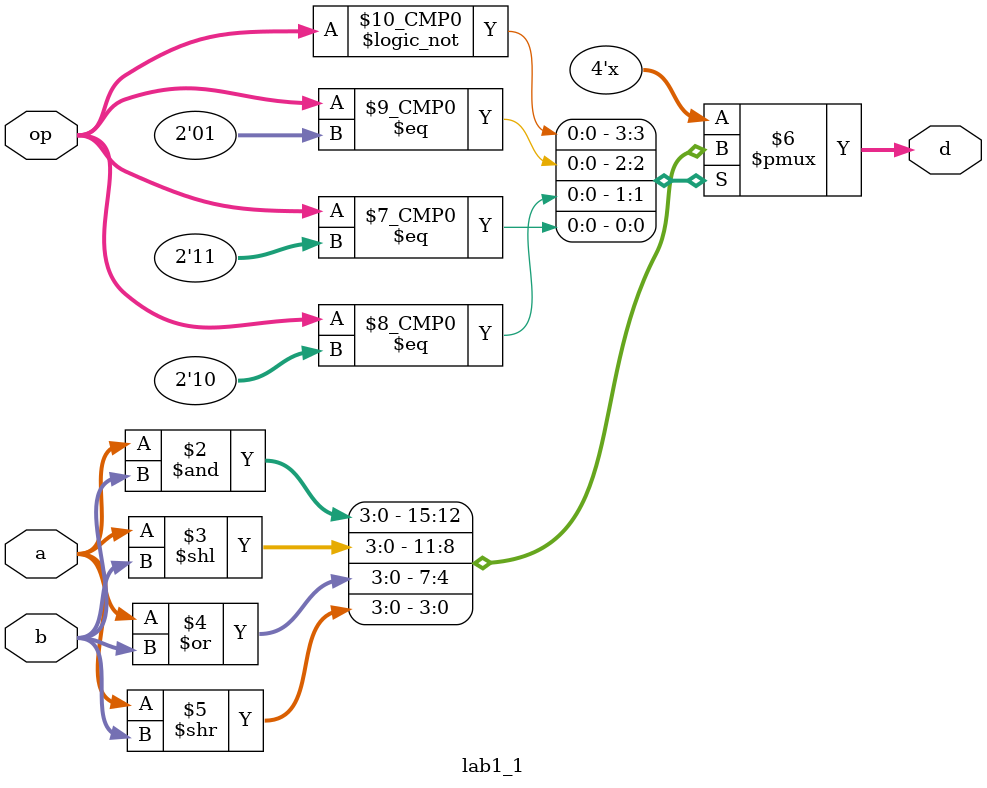
<source format=v>
`timescale 1ns/100ps
module lab1_1 (
    input wire [1:0] op,
    input wire [3:0] a,
    input wire [3:0] b,
    output reg [3:0] d
); 
    /* Note that d can be either reg or wire.
    * e.g.,		output reg [3:0] d
    * or 		output wire [3:0] d
    * It depends on how you design your module. */
    // add your design here 
    always @(*) begin 
      case(op)
        2'b00 : d = a & b;
        2'b01 : d = (a << b);
        2'b10 : d = a | b;
        2'b11 : d = (a >> b);
        default: d = 4'b0;
      endcase
    end
endmodule

</source>
